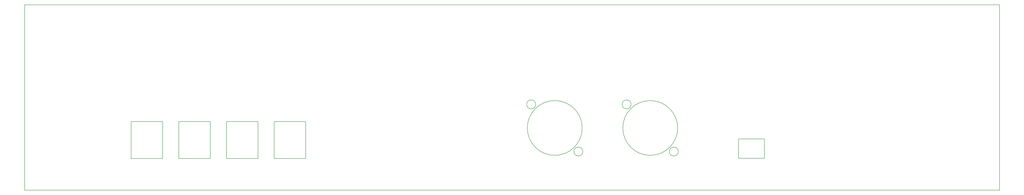
<source format=gbr>
%TF.GenerationSoftware,KiCad,Pcbnew,(5.1.10)-1*%
%TF.CreationDate,2022-05-26T11:50:09-06:00*%
%TF.ProjectId,Back_Panel,4261636b-5f50-4616-9e65-6c2e6b696361,rev?*%
%TF.SameCoordinates,Original*%
%TF.FileFunction,Profile,NP*%
%FSLAX46Y46*%
G04 Gerber Fmt 4.6, Leading zero omitted, Abs format (unit mm)*
G04 Created by KiCad (PCBNEW (5.1.10)-1) date 2022-05-26 11:50:09*
%MOMM*%
%LPD*%
G01*
G04 APERTURE LIST*
%TA.AperFunction,Profile*%
%ADD10C,0.200000*%
%TD*%
G04 APERTURE END LIST*
D10*
X299100000Y21500000D02*
X309950000Y21500000D01*
X309950000Y21500000D02*
X309950000Y13400000D01*
X309950000Y13400000D02*
X299100000Y13400000D01*
X299100000Y13400000D02*
X299100000Y21500000D01*
X84600000Y28800000D02*
X97800000Y28800000D01*
X97800000Y28800000D02*
X97800000Y13250000D01*
X97800000Y13250000D02*
X84600000Y13250000D01*
X84600000Y13250000D02*
X84600000Y28800000D01*
X44600000Y28800000D02*
X57800000Y28800000D01*
X57800000Y28800000D02*
X57800000Y13250000D01*
X57800000Y13250000D02*
X44600000Y13250000D01*
X44600000Y13250000D02*
X44600000Y28800000D01*
X64599999Y28800000D02*
X77800000Y28800000D01*
X77800000Y28800000D02*
X77800000Y13250000D01*
X77800000Y13250000D02*
X64599999Y13250000D01*
X64599999Y13250000D02*
X64599999Y28800000D01*
X104600000Y28800000D02*
X117800000Y28800000D01*
X117800000Y28800000D02*
X117800000Y13250000D01*
X117800000Y13250000D02*
X104600000Y13250000D01*
X104600000Y13250000D02*
X104600000Y28800000D01*
X0Y77800000D02*
X0Y0D01*
X0Y0D02*
X408500000Y0D01*
X408500000Y0D02*
X408500000Y77800000D01*
X408500000Y77800000D02*
X0Y77800000D01*
X233649999Y26100000D02*
G75*
G03*
X233649999Y26100000I-11499999J0D01*
G01*
X273925000Y16200000D02*
G75*
G03*
X273925000Y16200000I-1875000J0D01*
G01*
X273649999Y26100000D02*
G75*
G03*
X273649999Y26100000I-11500000J0D01*
G01*
X254125000Y36000000D02*
G75*
G03*
X254125000Y36000000I-1875000J0D01*
G01*
X233924999Y16200000D02*
G75*
G03*
X233924999Y16200000I-1874999J0D01*
G01*
X214124999Y36000000D02*
G75*
G03*
X214124999Y36000000I-1874999J0D01*
G01*
M02*

</source>
